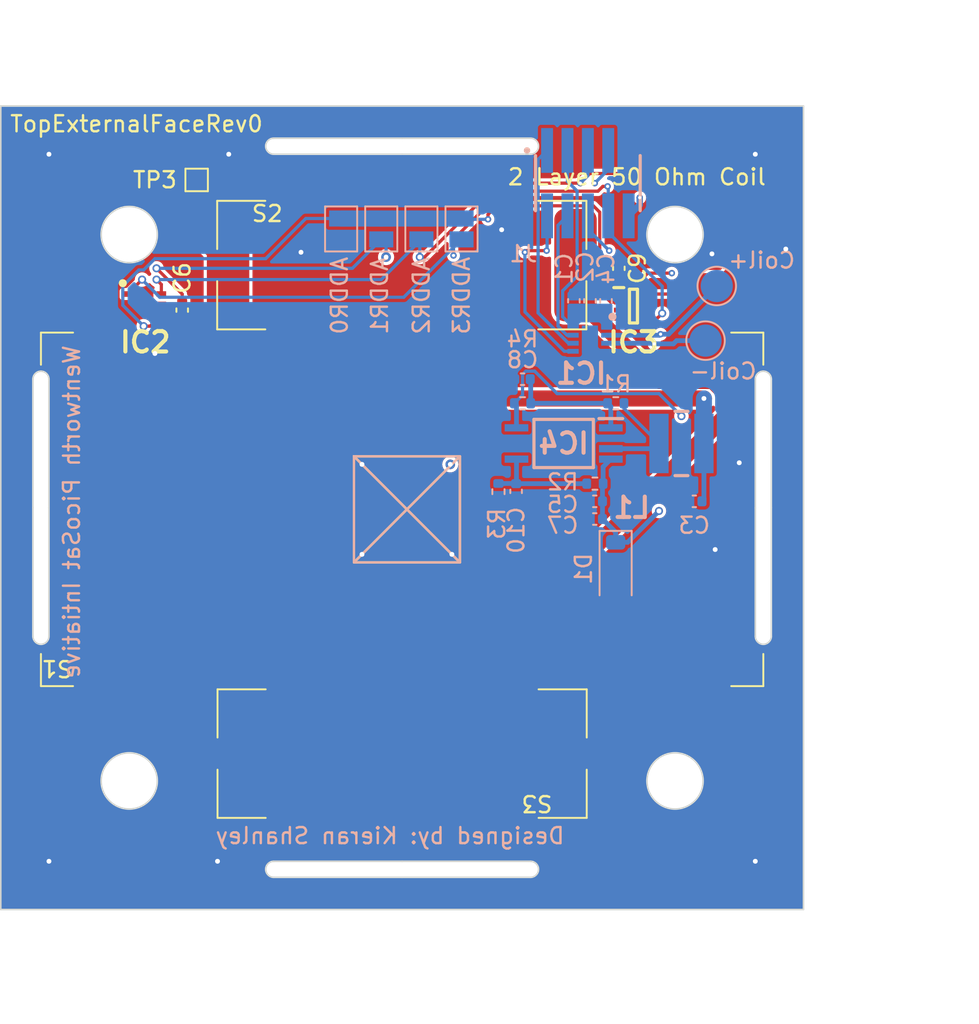
<source format=kicad_pcb>
(kicad_pcb (version 20221018) (generator pcbnew)
  (layers (0 "F.Cu" signal) (1 "In1.Cu" signal) (2 "In2.Cu" signal) (31 "B.Cu" signal) (34 "B.Paste" user) (35 "F.Paste" user) (36 "B.SilkS" user "B.Silkscreen") (37 "F.SilkS" user "F.Silkscreen") (38 "B.Mask" user) (39 "F.Mask" user) (44 "Edge.Cuts" user))
  (net 0 "")
  (net 1 "VBAT")
  (net 2 "GND")
  (net 3 "VHARVEST")
  (net 4 "VOUT")
  (net 5 "+1V8")
  (net 6 "Net-(IC4-MPP-SET)")
  (net 7 "Net-(IC4-VCTRL)")
  (net 8 "Coil+")
  (net 9 "PWM2")
  (net 10 "PWM1")
  (net 11 "EN")
  (net 12 "SCL")
  (net 13 "ADDR_SELECT")
  (net 14 "SDA")
  (net 18 "Net-(IC4-LX)")
  (net 19 "SPV_SHUTDOWN")
  (net 20 "Net-(S2--)")
  (footprint "KXOB121K04TF:SM141K06TFV" (layer "F.Cu") (at 125 125.1 180)
    (fp_text reference "S1" (at 21.5 -9.9 180 unlocked) (layer "F.SilkS"))
    (fp_text value "SM141K06TFV")
    (fp_line (start -22.5 -11) (end -22.5 -9) (stroke (width 0.12)) (layer "F.SilkS"))
    (fp_line (start -22.5 -11) (end -20.5 -11) (stroke (width 0.12)) (layer "F.SilkS"))
    (fp_line (start -22.5 11) (end -22.5 9) (stroke (width 0.12)) (layer "F.SilkS"))
    (fp_line (start -22.5 11) (end -20.5 11) (stroke (width 0.12)) (layer "F.SilkS"))
    (fp_line (start 22.5 -11) (end 20.5 -11) (stroke (width 0.12)) (layer "F.SilkS"))
    (fp_line (start 22.5 -11) (end 22.5 -9) (stroke (width 0.12)) (layer "F.SilkS"))
    (fp_line (start 22.5 11) (end 20.5 11) (stroke (width 0.12)) (layer "F.SilkS"))
    (fp_line (start 22.5 11) (end 22.5 9) (stroke (width 0.12)) (layer "F.SilkS"))
    (pad "0" smd circle (at -19.5 0 180) (size 3.5 3.5) (layers "F.Cu" "F.Mask") (net 2 "GND"))
    (pad "1" smd circle (at 19.5 0 180) (size 3.5 3.5) (layers "F.Cu" "F.Mask") (net 3 "VHARVEST"))
  )
  (footprint "TestPoint:TestPoint_Pad_1.0x1.0mm" (layer "F.Cu") (at 112.2 104.6)
    (fp_text reference "TP3" (at -2.6 0) (layer "F.SilkS"))
    (fp_text value "VSolar")
    (fp_line (start -0.7 -0.7) (end 0.7 -0.7) (stroke (width 0.12)) (layer "F.SilkS"))
    (fp_line (start -0.7 0.7) (end -0.7 -0.7) (stroke (width 0.12)) (layer "F.SilkS"))
    (fp_line (start 0.7 -0.7) (end 0.7 0.7) (stroke (width 0.12)) (layer "F.SilkS"))
    (fp_line (start 0.7 0.7) (end -0.7 0.7) (stroke (width 0.12)) (layer "F.SilkS"))
    (pad "1" smd rect (at 0 0) (size 1 1) (layers "F.Cu" "F.Mask") (net 3 "VHARVEST"))
  )
  (footprint "Capacitor_SMD:C_0402_1005Metric" (layer "F.Cu") (at 138.5 110.1 -90)
    (fp_text reference "C9" (at 0 -1.16 90) (layer "F.SilkS"))
    (fp_text value "0.1uF")
    (fp_line (start -0.107836 -0.36) (end 0.107836 -0.36) (stroke (width 0.12)) (layer "F.SilkS"))
    (fp_line (start -0.107836 0.36) (end 0.107836 0.36) (stroke (width 0.12)) (layer "F.SilkS"))
    (pad "1" smd roundrect (at -0.48 0 270) (size 0.56 0.62) (layers "F.Cu" "F.Paste" "F.Mask") (net 2 "GND"))
    (pad "2" smd roundrect (at 0.48 0 270) (size 0.56 0.62) (layers "F.Cu" "F.Paste" "F.Mask") (net 5 "+1V8"))
  )
  (footprint "Capacitor_SMD:C_0402_1005Metric" (layer "F.Cu") (at 111.3 112.7 90)
    (fp_text reference "C6" (at 2 0 90) (layer "F.SilkS"))
    (fp_text value "0.1uF")
    (fp_line (start -0.107836 -0.36) (end 0.107836 -0.36) (stroke (width 0.12)) (layer "F.SilkS"))
    (fp_line (start -0.107836 0.36) (end 0.107836 0.36) (stroke (width 0.12)) (layer "F.SilkS"))
    (pad "1" smd roundrect (at -0.48 0 90) (size 0.56 0.62) (layers "F.Cu" "F.Paste" "F.Mask") (net 2 "GND"))
    (pad "2" smd roundrect (at 0.48 0 90) (size 0.56 0.62) (layers "F.Cu" "F.Paste" "F.Mask") (net 5 "+1V8"))
  )
  (footprint "OPT4048DTSR:SOTFL50P190X60-8N" (layer "F.Cu") (at 139.41 112.45)
    (fp_text reference "IC3" (at 0 2.25) (layer "F.SilkS") (effects (font (size 1.27 1.27) (thickness 0.254))))
    (fp_text value "OPT4048DTSR" hide)
    (fp_line (start -1.22 -1.15) (end -0.6 -1.15) (stroke (width 0.2)) (layer "F.SilkS"))
    (fp_line (start -0.25 -1.05) (end 0.25 -1.05) (stroke (width 0.2)) (layer "F.SilkS"))
    (fp_line (start -0.25 1.05) (end -0.25 -1.05) (stroke (width 0.2)) (layer "F.SilkS"))
    (fp_line (start 0.25 -1.05) (end 0.25 1.05) (stroke (width 0.2)) (layer "F.SilkS"))
    (fp_line (start 0.25 1.05) (end -0.25 1.05) (stroke (width 0.2)) (layer "F.SilkS"))
    (pad "1" smd rect (at -0.91 -0.75 90) (size 0.3 0.62) (layers "F.Cu" "F.Paste" "F.Mask") (net 5 "+1V8"))
    (pad "2" smd rect (at -0.91 -0.25 90) (size 0.3 0.62) (layers "F.Cu" "F.Paste" "F.Mask") (net 13 "ADDR_SELECT"))
    (pad "3" smd rect (at -0.91 0.25 90) (size 0.3 0.62) (layers "F.Cu" "F.Paste" "F.Mask"))
    (pad "4" smd rect (at -0.91 0.75 90) (size 0.3 0.62) (layers "F.Cu" "F.Paste" "F.Mask") (net 2 "GND"))
    (pad "5" smd rect (at 0.91 0.75 90) (size 0.3 0.62) (layers "F.Cu" "F.Paste" "F.Mask") (net 12 "SCL"))
    (pad "6" smd rect (at 0.91 0.25 90) (size 0.3 0.62) (layers "F.Cu" "F.Paste" "F.Mask"))
    (pad "7" smd rect (at 0.91 -0.25 90) (size 0.3 0.62) (layers "F.Cu" "F.Paste" "F.Mask"))
    (pad "8" smd rect (at 0.91 -0.75 90) (size 0.3 0.62) (layers "F.Cu" "F.Paste" "F.Mask") (net 14 "SDA"))
  )
  (footprint "KXOB121K04TF:KXOB25-05X3TF" (layer "F.Cu") (at 125 140.3 180)
    (fp_text reference "S3" (at -8.4 -3.1 180 unlocked) (layer "F.SilkS"))
    (fp_text value "KXOB25-05X3TF")
    (fp_line (start -11.5 -4) (end -11.5 -1) (stroke (width 0.12)) (layer "F.SilkS"))
    (fp_line (start -11.5 -4) (end -8.5 -4) (stroke (width 0.12)) (layer "F.SilkS"))
    (fp_line (start -11.5 4) (end -11.5 1) (stroke (width 0.12)) (layer "F.SilkS"))
    (fp_line (start -11.5 4) (end -8.5 4) (stroke (width 0.12)) (layer "F.SilkS"))
    (fp_line (start 11.5 -4) (end 8.5 -4) (stroke (width 0.12)) (layer "F.SilkS"))
    (fp_line (start 11.5 -4) (end 11.5 -1) (stroke (width 0.12)) (layer "F.SilkS"))
    (fp_line (start 11.5 4) (end 8.5 4) (stroke (width 0.12)) (layer "F.SilkS"))
    (fp_line (start 11.5 4) (end 11.5 1) (stroke (width 0.12)) (layer "F.SilkS"))
    (pad "0" smd roundrect (at 10.8215 0 180) (size 2.643 7) (layers "F.Cu" "F.Paste" "F.Mask") (net 2 "GND"))
    (pad "1" smd roundrect (at -10.8215 0 180) (size 2.643 7) (layers "F.Cu" "F.Paste" "F.Mask") (net 20 "Net-(S2--)"))
  )
  (footprint "KXOB121K04TF:KXOB25-05X3TF" (layer "F.Cu") (at 124.9785 109.9)
    (fp_text reference "S2" (at -8.3785 -3.2 unlocked) (layer "F.SilkS"))
    (fp_text value "KXOB25-05X3TF")
    (fp_line (start -11.5 -4) (end -11.5 -1) (stroke (width 0.12)) (layer "F.SilkS"))
    (fp_line (start -11.5 -4) (end -8.5 -4) (stroke (width 0.12)) (layer "F.SilkS"))
    (fp_line (start -11.5 4) (end -11.5 1) (stroke (width 0.12)) (layer "F.SilkS"))
    (fp_line (start -11.5 4) (end -8.5 4) (stroke (width 0.12)) (layer "F.SilkS"))
    (fp_line (start 11.5 -4) (end 8.5 -4) (stroke (width 0.12)) (layer "F.SilkS"))
    (fp_line (start 11.5 -4) (end 11.5 -1) (stroke (width 0.12)) (layer "F.SilkS"))
    (fp_line (start 11.5 4) (end 8.5 4) (stroke (width 0.12)) (layer "F.SilkS"))
    (fp_line (start 11.5 4) (end 11.5 1) (stroke (width 0.12)) (layer "F.SilkS"))
    (pad "0" smd roundrect (at 10.8215 0) (size 2.643 7) (layers "F.Cu" "F.Paste" "F.Mask") (net 20 "Net-(S2--)"))
    (pad "1" smd roundrect (at -10.8215 0) (size 2.643 7) (layers "F.Cu" "F.Paste" "F.Mask") (net 3 "VHARVEST"))
  )
  (footprint "TMP117MAIDRVR:SON65P200X200X80-7N" (layer "F.Cu") (at 108.95 112.35)
    (fp_text reference "IC2" (at 0.05 2.35) (layer "F.SilkS") (effects (font (size 1.27 1.27) (thickness 0.254))))
    (fp_text value "TMP117MAIDRVR" hide)
    (fp_circle (center -1.35 -1.325) (end -1.35 -1.2) (stroke (width 0.25)) (fill none) (layer "F.SilkS"))
    (pad "1" smd rect (at -1.05 -0.65 90) (size 0.35 0.6) (layers "F.Cu" "F.Paste" "F.Mask") (net 12 "SCL"))
    (pad "2" smd rect (at -1.05 0 90) (size 0.35 0.6) (layers "F.Cu" "F.Paste" "F.Mask") (net 2 "GND"))
    (pad "3" smd rect (at -1.05 0.65 90) (size 0.35 0.6) (layers "F.Cu" "F.Paste" "F.Mask") (net 2 "GND"))
    (pad "4" smd rect (at 1.05 0.65 90) (size 0.35 0.6) (layers "F.Cu" "F.Paste" "F.Mask") (net 13 "ADDR_SELECT"))
    (pad "5" smd rect (at 1.05 0 90) (size 0.35 0.6) (layers "F.Cu" "F.Paste" "F.Mask") (net 5 "+1V8"))
    (pad "6" smd rect (at 1.05 -0.65 90) (size 0.35 0.6) (layers "F.Cu" "F.Paste" "F.Mask") (net 14 "SDA"))
    (pad "7" smd rect (at 0 0) (size 1.1 1.7) (layers "F.Cu" "F.Paste" "F.Mask") (net 2 "GND"))
  )
  (footprint "Capacitor_SMD:C_0402_1005Metric" (layer "B.Cu") (at 132.1 123.98 -90)
    (fp_text reference "C10" (at 2.42 0 -270) (layer "B.SilkS") (effects (justify mirror)))
    (fp_text value "1nF")
    (fp_line (start -0.107836 -0.36) (end 0.107836 -0.36) (stroke (width 0.12)) (layer "B.SilkS"))
    (fp_line (start -0.107836 0.36) (end 0.107836 0.36) (stroke (width 0.12)) (layer "B.SilkS"))
    (pad "1" smd roundrect (at -0.48 0 270) (size 0.56 0.62) (layers "B.Cu" "B.Paste" "B.Mask") (net 7 "Net-(IC4-VCTRL)"))
    (pad "2" smd roundrect (at 0.48 0 270) (size 0.56 0.62) (layers "B.Cu" "B.Paste" "B.Mask") (net 2 "GND"))
  )
  (footprint "Jumper:SolderJumper-2_P1.3mm_Open_Pad1.0x1.5mm" (layer "B.Cu") (at 121.2 107.65 -90)
    (fp_text reference "JP1")
    (fp_text value "ADDR0" (at 4.15 0.1 90) (layer "B.SilkS") (effects (justify mirror)))
    (fp_line (start -1.4 -1) (end -1.4 1) (stroke (width 0.12)) (layer "B.SilkS"))
    (fp_line (start -1.4 1) (end 1.4 1) (stroke (width 0.12)) (layer "B.SilkS"))
    (fp_line (start 1.4 -1) (end -1.4 -1) (stroke (width 0.12)) (layer "B.SilkS"))
    (fp_line (start 1.4 1) (end 1.4 -1) (stroke (width 0.12)) (layer "B.SilkS"))
    (pad "1" smd rect (at -0.65 0 270) (size 1 1.5) (layers "B.Cu" "B.Mask") (net 13 "ADDR_SELECT"))
    (pad "2" smd rect (at 0.65 0 270) (size 1 1.5) (layers "B.Cu" "B.Mask") (net 2 "GND"))
  )
  (footprint "TestPoint:TestPoint_Pad_D2.0mm" (layer "B.Cu") (at 143.9 114.6 180)
    (fp_text reference "TP2")
    (fp_text value "Coil-" (at -1.1 -1.9) (layer "B.SilkS") (effects (justify mirror)))
    (fp_circle (center 0 0) (end 0 -1.2) (stroke (width 0.12)) (fill none) (layer "B.SilkS"))
    (pad "1" smd circle (at 0 0 180) (size 2 2) (layers "B.Cu" "B.Mask") (net 8 "Coil+"))
  )
  (footprint "TestPoint:TestPoint_Pad_D2.0mm" (layer "B.Cu") (at 144.6 111.2 180)
    (fp_text reference "TP1")
    (fp_text value "Coil+" (at -2.8 1.6) (layer "B.SilkS") (effects (justify mirror)))
    (fp_circle (center 0 0) (end 0 -1.2) (stroke (width 0.12)) (fill none) (layer "B.SilkS"))
    (pad "1" smd circle (at 0 0 180) (size 2 2) (layers "B.Cu" "B.Mask") (net 8 "Coil+"))
  )
  (footprint "Resistor_SMD:R_0402_1005Metric" (layer "B.Cu") (at 138.31 118.5)
    (fp_text reference "R1" (at -0.01 -1.2) (layer "B.SilkS") (effects (justify mirror)))
    (fp_text value "1K")
    (fp_line (start -0.153641 -0.38) (end 0.153641 -0.38) (stroke (width 0.12)) (layer "B.SilkS"))
    (fp_line (start -0.153641 0.38) (end 0.153641 0.38) (stroke (width 0.12)) (layer "B.SilkS"))
    (pad "1" smd roundrect (at -0.51 0) (size 0.54 0.64) (layers "B.Cu" "B.Paste" "B.Mask") (net 6 "Net-(IC4-MPP-SET)"))
    (pad "2" smd roundrect (at 0.51 0) (size 0.54 0.64) (layers "B.Cu" "B.Paste" "B.Mask") (net 18 "Net-(IC4-LX)"))
  )
  (footprint "FTSH-105-01-L-DV:SAMTEC_FTSH-105-XX-X-DV" (layer "B.Cu") (at 136.57 104.8)
    (fp_text reference "J1" (at -4.02 4.4) (layer "B.SilkS") (effects (justify mirror)))
    (fp_text value "FTSH-105-XX-X-DV")
    (fp_line (start -3.26 1.715) (end -3.26 -1.715) (stroke (width 0.2)) (layer "B.SilkS"))
    (fp_line (start 3.26 -1.715) (end 3.26 1.715) (stroke (width 0.2)) (layer "B.SilkS"))
    (fp_circle (center -3.79 -2.035) (end -3.69 -2.035) (stroke (width 0.2)) (fill none) (layer "B.SilkS"))
    (pad "01" smd rect (at -2.54 -2.035) (size 0.74 2.79) (layers "B.Cu" "B.Paste" "B.Mask") (net 10 "PWM1"))
    (pad "02" smd rect (at -2.54 2.035) (size 0.74 2.79) (layers "B.Cu" "B.Paste" "B.Mask") (net 9 "PWM2"))
    (pad "03" smd rect (at -1.27 -2.035) (size 0.74 2.79) (layers "B.Cu" "B.Paste" "B.Mask") (net 1 "VBAT"))
    (pad "04" smd rect (at -1.27 2.035) (size 0.74 2.79) (layers "B.Cu" "B.Paste" "B.Mask") (net 11 "EN"))
    (pad "05" smd rect (at 0 -2.035) (size 0.74 2.79) (layers "B.Cu" "B.Paste" "B.Mask") (net 14 "SDA"))
    (pad "06" smd rect (at 0 2.035) (size 0.74 2.79) (layers "B.Cu" "B.Paste" "B.Mask") (net 19 "SPV_SHUTDOWN"))
    (pad "07" smd rect (at 1.27 -2.035) (size 0.74 2.79) (layers "B.Cu" "B.Paste" "B.Mask") (net 5 "+1V8"))
    (pad "08" smd rect (at 1.27 2.035) (size 0.74 2.79) (layers "B.Cu" "B.Paste" "B.Mask") (net 12 "SCL"))
    (pad "09" smd rect (at 2.54 -2.035) (size 0.74 2.79) (layers "B.Cu" "B.Paste" "B.Mask") (net 2 "GND"))
    (pad "10" smd rect (at 2.54 2.035) (size 0.74 2.79) (layers "B.Cu" "B.Paste" "B.Mask") (net 4 "VOUT"))
  )
  (footprint "Capacitor_SMD:C_0402_1005Metric" (layer "B.Cu") (at 137.7 112.12 -90)
    (fp_text reference "C4" (at -2 0 90) (layer "B.SilkS") (effects (justify mirror)))
    (fp_text value "0.1uF")
    (fp_line (start -0.107836 -0.36) (end 0.107836 -0.36) (stroke (width 0.12)) (layer "B.SilkS"))
    (fp_line (start -0.107836 0.36) (end 0.107836 0.36) (stroke (width 0.12)) (layer "B.SilkS"))
    (pad "1" smd roundrect (at -0.48 0 270) (size 0.56 0.62) (layers "B.Cu" "B.Paste" "B.Mask") (net 2 "GND"))
    (pad "2" smd roundrect (at 0.48 0 270) (size 0.56 0.62) (layers "B.Cu" "B.Paste" "B.Mask") (net 1 "VBAT"))
  )
  (footprint "Capacitor_SMD:C_0402_1005Metric" (layer "B.Cu") (at 137 125.7 180)
    (fp_text reference "C7" (at 2 -0.4) (layer "B.SilkS") (effects (justify mirror)))
    (fp_text value "4.7uF")
    (fp_line (start -0.107836 -0.36) (end 0.107836 -0.36) (stroke (width 0.12)) (layer "B.SilkS"))
    (fp_line (start -0.107836 0.36) (end 0.107836 0.36) (stroke (width 0.12)) (layer "B.SilkS"))
    (pad "1" smd roundrect (at -0.48 0 180) (size 0.56 0.62) (layers "B.Cu" "B.Paste" "B.Mask") (net 4 "VOUT"))
    (pad "2" smd roundrect (at 0.48 0 180) (size 0.56 0.62) (layers "B.Cu" "B.Paste" "B.Mask") (net 2 "GND"))
  )
  (footprint "Jumper:SolderJumper-2_P1.3mm_Open_Pad1.0x1.5mm" (layer "B.Cu") (at 126.2 107.65 -90)
    (fp_text reference "JP3")
    (fp_text value "ADDR2" (at 4.15 0 -90) (layer "B.SilkS") (effects (justify mirror)))
    (fp_line (start -1.4 -1) (end -1.4 1) (stroke (width 0.12)) (layer "B.SilkS"))
    (fp_line (start -1.4 1) (end 1.4 1) (stroke (width 0.12)) (layer "B.SilkS"))
    (fp_line (start 1.4 -1) (end -1.4 -1) (stroke (width 0.12)) (layer "B.SilkS"))
    (fp_line (start 1.4 1) (end 1.4 -1) (stroke (width 0.12)) (layer "B.SilkS"))
    (pad "1" smd rect (at -0.65 0 270) (size 1 1.5) (layers "B.Cu" "B.Mask") (net 13 "ADDR_SELECT"))
    (pad "2" smd rect (at 0.65 0 270) (size 1 1.5) (layers "B.Cu" "B.Mask") (net 14 "SDA"))
  )
  (footprint "NRS4012T150MDGJ:NRS4012T150MDGJ" (layer "B.Cu") (at 142.4 121)
    (fp_text reference "L1" (at -3.1 4) (layer "B.SilkS") (effects (font (size 1.27 1.27) (thickness 0.254)) (justify mirror)))
    (fp_text value "NRS4012T150MDGJ" hide)
    (fp_line (start -0.4 -2) (end 0.4 -2) (stroke (width 0.2)) (layer "B.SilkS"))
    (fp_line (start -0.4 2) (end 0.4 2) (stroke (width 0.2)) (layer "B.SilkS"))
    (pad "1" smd rect (at -1.4 0) (size 1.2 3.7) (layers "B.Cu" "B.Paste" "B.Mask") (net 18 "Net-(IC4-LX)"))
    (pad "2" smd rect (at 1.4 0) (size 1.2 3.7) (layers "B.Cu" "B.Paste" "B.Mask") (net 3 "VHARVEST"))
  )
  (footprint "Capacitor_SMD:C_0402_1005Metric" (layer "B.Cu") (at 135.7 112.12 90)
    (fp_text reference "C1" (at 2 -0.6 90) (layer "B.SilkS") (effects (justify mirror)))
    (fp_text value "10uF")
    (fp_line (start -0.107836 -0.36) (end 0.107836 -0.36) (stroke (width 0.12)) (layer "B.SilkS"))
    (fp_line (start -0.107836 0.36) (end 0.107836 0.36) (stroke (width 0.12)) (layer "B.SilkS"))
    (pad "1" smd roundrect (at -0.48 0 90) (size 0.56 0.62) (layers "B.Cu" "B.Paste" "B.Mask") (net 1 "VBAT"))
    (pad "2" smd roundrect (at 0.48 0 90) (size 0.56 0.62) (layers "B.Cu" "B.Paste" "B.Mask") (net 2 "GND"))
  )
  (footprint "Resistor_SMD:R_0402_1005Metric" (layer "B.Cu") (at 137.01 123.5 180)
    (fp_text reference "R2" (at 2.01 0.1) (layer "B.SilkS") (effects (justify mirror)))
    (fp_text value "1M")
    (fp_line (start -0.153641 -0.38) (end 0.153641 -0.38) (stroke (width 0.12)) (layer "B.SilkS"))
    (fp_line (start -0.153641 0.38) (end 0.153641 0.38) (stroke (width 0.12)) (layer "B.SilkS"))
    (pad "1" smd roundrect (at -0.51 0 180) (size 0.54 0.64) (layers "B.Cu" "B.Paste" "B.Mask") (net 4 "VOUT"))
    (pad "2" smd roundrect (at 0.51 0 180) (size 0.54 0.64) (layers "B.Cu" "B.Paste" "B.Mask") (net 7 "Net-(IC4-VCTRL)"))
  )
  (footprint "Jumper:SolderJumper-2_P1.3mm_Open_Pad1.0x1.5mm" (layer "B.Cu") (at 128.7 107.65 -90)
    (fp_text reference "JP4")
    (fp_text value "ADDR3" (at 4.15 0 90) (layer "B.SilkS") (effects (justify mirror)))
    (fp_line (start -1.4 -1) (end -1.4 1) (stroke (width 0.12)) (layer "B.SilkS"))
    (fp_line (start -1.4 1) (end 1.4 1) (stroke (width 0.12)) (layer "B.SilkS"))
    (fp_line (start 1.4 -1) (end -1.4 -1) (stroke (width 0.12)) (layer "B.SilkS"))
    (fp_line (start 1.4 1) (end 1.4 -1) (stroke (width 0.12)) (layer "B.SilkS"))
    (pad "1" smd rect (at -0.65 0 270) (size 1 1.5) (layers "B.Cu" "B.Mask") (net 13 "ADDR_SELECT"))
    (pad "2" smd rect (at 0.65 0 270) (size 1 1.5) (layers "B.Cu" "B.Mask") (net 12 "SCL"))
  )
  (footprint "Capacitor_SMD:C_0402_1005Metric" (layer "B.Cu") (at 143.2 124.6 180)
    (fp_text reference "C3" (at 0 -1.5) (layer "B.SilkS") (effects (justify mirror)))
    (fp_text value "10uF")
    (fp_line (start -0.107836 -0.36) (end 0.107836 -0.36) (stroke (width 0.12)) (layer "B.SilkS"))
    (fp_line (start -0.107836 0.36) (end 0.107836 0.36) (stroke (width 0.12)) (layer "B.SilkS"))
    (pad "1" smd roundrect (at -0.48 0 180) (size 0.56 0.62) (layers "B.Cu" "B.Paste" "B.Mask") (net 3 "VHARVEST"))
    (pad "2" smd roundrect (at 0.48 0 180) (size 0.56 0.62) (layers "B.Cu" "B.Paste" "B.Mask") (net 2 "GND"))
  )
  (footprint "Capacitor_SMD:C_0402_1005Metric" (layer "B.Cu") (at 137 124.6 180)
    (fp_text reference "C5" (at 2 -0.2) (layer "B.SilkS") (effects (justify mirror)))
    (fp_text value "10uF")
    (fp_line (start -0.107836 -0.36) (end 0.107836 -0.36) (stroke (width 0.12)) (layer "B.SilkS"))
    (fp_line (start -0.107836 0.36) (end 0.107836 0.36) (stroke (width 0.12)) (layer "B.SilkS"))
    (pad "1" smd roundrect (at -0.48 0 180) (size 0.56 0.62) (layers "B.Cu" "B.Paste" "B.Mask") (net 4 "VOUT"))
    (pad "2" smd roundrect (at 0.48 0 180) (size 0.56 0.62) (layers "B.Cu" "B.Paste" "B.Mask") (net 2 "GND"))
  )
  (footprint "Capacitor_SMD:C_0402_1005Metric" (layer "B.Cu") (at 132.5 117)
    (fp_text reference "C8" (at 0 -1.2) (layer "B.SilkS") (effects (justify mirror)))
    (fp_text value "100nF")
    (fp_line (start -0.107836 -0.36) (end 0.107836 -0.36) (stroke (width 0.12)) (layer "B.SilkS"))
    (fp_line (start -0.107836 0.36) (end 0.107836 0.36) (stroke (width 0.12)) (layer "B.SilkS"))
    (pad "1" smd roundrect (at -0.48 0) (size 0.56 0.62) (layers "B.Cu" "B.Paste" "B.Mask") (net 2 "GND"))
    (pad "2" smd roundrect (at 0.48 0) (size 0.56 0.62) (layers "B.Cu" "B.Paste" "B.Mask") (net 6 "Net-(IC4-MPP-SET)"))
  )
  (footprint "Capacitor_SMD:C_0402_1005Metric" (layer "B.Cu") (at 136.7 112.12 90)
    (fp_text reference "C2" (at 2.1 -0.3 90) (layer "B.SilkS") (effects (justify mirror)))
    (fp_text value "10uF")
    (fp_line (start -0.107836 -0.36) (end 0.107836 -0.36) (stroke (width 0.12)) (layer "B.SilkS"))
    (fp_line (start -0.107836 0.36) (end 0.107836 0.36) (stroke (width 0.12)) (layer "B.SilkS"))
    (pad "1" smd roundrect (at -0.48 0 90) (size 0.56 0.62) (layers "B.Cu" "B.Paste" "B.Mask") (net 1 "VBAT"))
    (pad "2" smd roundrect (at 0.48 0 90) (size 0.56 0.62) (layers "B.Cu" "B.Paste" "B.Mask") (net 2 "GND"))
  )
  (footprint "DRV8212PDSGR:SON50P200X200X80-9N" (layer "B.Cu") (at 136.7 114.5125 180)
    (fp_text reference "IC1" (at 0.55 -2.1375) (layer "B.SilkS") (effects (font (size 1.27 1.27) (thickness 0.254)) (justify mirror)))
    (fp_text value "DRV8212PDSGR" hide)
    (fp_circle (center -1.4 1.4) (end -1.4 1.275) (stroke (width 0.25)) (fill none) (layer "B.SilkS"))
    (pad "1" smd rect (at -1.05 0.75 90) (size 0.3 0.7) (layers "B.Cu" "B.Paste" "B.Mask") (net 1 "VBAT"))
    (pad "2" smd rect (at -1.05 0.25 90) (size 0.3 0.7) (layers "B.Cu" "B.Paste" "B.Mask") (net 8 "Coil+"))
    (pad "3" smd rect (at -1.05 -0.25 90) (size 0.3 0.7) (layers "B.Cu" "B.Paste" "B.Mask") (net 8 "Coil+"))
    (pad "4" smd rect (at -1.05 -0.75 90) (size 0.3 0.7) (layers "B.Cu" "B.Paste" "B.Mask") (net 2 "GND"))
    (pad "5" smd rect (at 1.05 -0.75 90) (size 0.3 0.7) (layers "B.Cu" "B.Paste" "B.Mask") (net 9 "PWM2"))
    (pad "6" smd rect (at 1.05 -0.25 90) (size 0.3 0.7) (layers "B.Cu" "B.Paste" "B.Mask") (net 10 "PWM1"))
    (pad "7" smd rect (at 1.05 0.25 90) (size 0.3 0.7) (layers "B.Cu" "B.Paste" "B.Mask") (net 11 "EN"))
    (pad "8" smd rect (at 1.05 0.75 90) (size 0.3 0.7) (layers "B.Cu" "B.Paste" "B.Mask") (net 1 "VBAT"))
    (pad "9" smd rect (at 0 0 180) (size 1 1.7) (layers "B.Cu" "B.Paste" "B.Mask") (net 2 "GND"))
  )
  (footprint "Resistor_SMD:R_0402_1005Metric" (layer "B.Cu") (at 132.5 118.5 180)
    (fp_text reference "R4" (at 0 4) (layer "B.SilkS") (effects (justify mirror)))
    (fp_text value "1M")
    (fp_line (start -0.153641 -0.38) (end 0.153641 -0.38) (stroke (width 0.12)) (layer "B.SilkS"))
    (fp_line (start -0.153641 0.38) (end 0.153641 0.38) (stroke (width 0.12)) (layer "B.SilkS"))
    (pad "1" smd roundrect (at -0.51 0 180) (size 0.54 0.64) (layers "B.Cu" "B.Paste" "B.Mask") (net 6 "Net-(IC4-MPP-SET)"))
    (pad "2" smd roundrect (at 0.51 0 180) (size 0.54 0.64) (layers "B.Cu" "B.Paste" "B.Mask") (net 19 "SPV_SHUTDOWN"))
  )
  (footprint "Resistor_SMD:R_0402_1005Metric" (layer "B.Cu") (at 131 124 -90)
    (fp_text reference "R3" (at 2 0.1 -270) (layer "B.SilkS") (effects (justify mirror)))
    (fp_text value "420k")
    (fp_line (start -0.153641 -0.38) (end 0.153641 -0.38) (stroke (width 0.12)) (layer "B.SilkS"))
    (fp_line (start -0.153641 0.38) (end 0.153641 0.38) (stroke (width 0.12)) (layer "B.SilkS"))
    (pad "1" smd roundrect (at -0.51 0 270) (size 0.54 0.64) (layers "B.Cu" "B.Paste" "B.Mask") (net 7 "Net-(IC4-VCTRL)"))
    (pad "2" smd roundrect (at 0.51 0 270) (size 0.54 0.64) (layers "B.Cu" "B.Paste" "B.Mask") (net 2 "GND"))
  )
  (footprint "Jumper:SolderJumper-2_P1.3mm_Open_Pad1.0x1.5mm" (layer "B.Cu") (at 123.7 107.65 -90)
    (fp_text reference "JP2")
    (fp_text value "ADDR1" (at 4.15 0.1 90) (layer "B.SilkS") (effects (justify mirror)))
    (fp_line (start -1.4 -1) (end -1.4 1) (stroke (width 0.12)) (layer "B.SilkS"))
    (fp_line (start -1.4 1) (end 1.4 1) (stroke (width 0.12)) (layer "B.SilkS"))
    (fp_line (start 1.4 -1) (end -1.4 -1) (stroke (width 0.12)) (layer "B.SilkS"))
    (fp_line (start 1.4 1) (end 1.4 -1) (stroke (width 0.12)) (layer "B.SilkS"))
    (pad "1" smd rect (at -0.65 0 270) (size 1 1.5) (layers "B.Cu" "B.Mask") (net 13 "ADDR_SELECT"))
    (pad "2" smd rect (at 0.65 0 270) (size 1 1.5) (layers "B.Cu" "B.Mask") (net 5 "+1V8"))
  )
  (footprint "SPV1040T:SOP65P640X120-8N" (layer "B.Cu") (at 135.062 121 180)
    (fp_text reference "IC4" (at 0 0) (layer "B.SilkS") (effects (font (size 1.27 1.27) (thickness 0.254)) (justify mirror)))
    (fp_text value "SPV1040T" hide)
    (fp_line (start -3.675 1.55) (end -2.2 1.55) (stroke (width 0.2)) (layer "B.SilkS"))
    (fp_line (start -1.85 -1.5) (end -1.85 1.5) (stroke (width 0.2)) (layer "B.SilkS"))
    (fp_line (start -1.85 1.5) (end 1.85 1.5) (stroke (width 0.2)) (layer "B.SilkS"))
    (fp_line (start 1.85 -1.5) (end -1.85 -1.5) (stroke (width 0.2)) (layer "B.SilkS"))
    (fp_line (start 1.85 1.5) (end 1.85 -1.5) (stroke (width 0.2)) (layer "B.SilkS"))
    (pad "1" smd rect (at -2.938 0.975 90) (size 0.45 1.475) (layers "B.Cu" "B.Paste" "B.Mask") (net 6 "Net-(IC4-MPP-SET)"))
    (pad "2" smd rect (at -2.938 0.325 90) (size 0.45 1.475) (layers "B.Cu" "B.Paste" "B.Mask") (net 2 "GND"))
    (pad "3" smd rect (at -2.938 -0.325 90) (size 0.45 1.475) (layers "B.Cu" "B.Paste" "B.Mask") (net 18 "Net-(IC4-LX)"))
    (pad "4" smd rect (at -2.938 -0.975 90) (size 0.45 1.475) (layers "B.Cu" "B.Paste" "B.Mask") (net 4 "VOUT"))
    (pad "5" smd rect (at 2.938 -0.975 90) (size 0.45 1.475) (layers "B.Cu" "B.Paste" "B.Mask") (net 7 "Net-(IC4-VCTRL)"))
    (pad "6" smd rect (at 2.938 -0.325 90) (size 0.45 1.475) (layers "B.Cu" "B.Paste" "B.Mask") (net 2 "GND"))
    (pad "7" smd rect (at 2.938 0.325 90) (size 0.45 1.475) (layers "B.Cu" "B.Paste" "B.Mask") (net 2 "GND"))
    (pad "8" smd rect (at 2.938 0.975 90) (size 0.45 1.475) (layers "B.Cu" "B.Paste" "B.Mask") (net 19 "SPV_SHUTDOWN"))
  )
  (footprint "Diode_SMD:D_SOD-123" (layer "B.Cu") (at 138.3 128.8 -90)
    (fp_text reference "D1" (at 0 2 -270) (layer "B.SilkS") (effects (justify mirror)))
    (fp_text value "4.5v")
    (fp_line (start -2.36 -1) (end 1.65 -1) (stroke (width 0.12)) (layer "B.SilkS"))
    (fp_line (start -2.36 1) (end -2.36 -1) (stroke (width 0.12)) (layer "B.SilkS"))
    (fp_line (start -2.36 1) (end 1.65 1) (stroke (width 0.12)) (layer "B.SilkS"))
    (pad "1" smd roundrect (at -1.65 0 270) (size 0.9 1.2) (layers "B.Cu" "B.Paste" "B.Mask") (net 4 "VOUT"))
    (pad "2" smd roundrect (at 1.65 0 270) (size 0.9 1.2) (layers "B.Cu" "B.Paste" "B.Mask") (net 2 "GND"))
  )
  (gr_line (start 128.6 121.8) (end 122 128.4) (stroke (width 0.15)) (layer "B.SilkS"))
  (gr_rect (start 122 121.8) (end 128.6 128.4) (stroke (width 0.15)) (fill none) (layer "B.SilkS"))
  (gr_line (start 122 121.8) (end 128.6 128.4) (stroke (width 0.15)) (layer "B.SilkS"))
  (gr_rect (start 122 121.8) (end 128.6 128.4) (stroke (width 0.15)) (fill none) (layer "F.SilkS"))
  (gr_line (start 128.6 121.8) (end 122 128.4) (stroke (width 0.15)) (layer "F.SilkS"))
  (gr_line (start 122 121.8) (end 128.6 128.4) (stroke (width 0.15)) (layer "F.SilkS"))
  (gr_line locked (start 147 117) (end 147 125) (stroke (width 0.1)) (layer "Edge.Cuts"))
  (gr_arc locked (start 102 117) (mid 102.5 116.5) (end 103 117) (stroke (width 0.1)) (layer "Edge.Cuts"))
  (gr_line locked (start 125 103) (end 133 103) (stroke (width 0.1)) (layer "Edge.Cuts"))
  (gr_arc locked (start 133 147) (mid 133.5 147.5) (end 133 148) (stroke (width 0.1)) (layer "Edge.Cuts"))
  (gr_line locked (start 125 147) (end 117 147) (stroke (width 0.1)) (layer "Edge.Cuts"))
  (gr_line locked (start 117 103) (end 125 103) (stroke (width 0.1)) (layer "Edge.Cuts"))
  (gr_circle locked (center 142 142) (end 143.75 142) (stroke (width 0.1)) (fill none) (layer "Edge.Cuts"))
  (gr_line locked (start 125 148) (end 133 148) (stroke (width 0.1)) (layer "Edge.Cuts"))
  (gr_arc locked (start 117 148) (mid 116.5 147.5) (end 117 147) (stroke (width 0.1)) (layer "Edge.Cuts"))
  (gr_line locked (start 117 148) (end 125 148) (stroke (width 0.1)) (layer "Edge.Cuts"))
  (gr_line locked (start 102 125) (end 102 133) (stroke (width 0.1)) (layer "Edge.Cuts"))
  (gr_arc locked (start 117 103) (mid 116.5 102.5) (end 117 102) (stroke (width 0.1)) (layer "Edge.Cuts"))
  (gr_line locked (start 147 125) (end 147 133) (stroke (width 0.1)) (layer "Edge.Cuts"))
  (gr_arc locked (start 147 117) (mid 147.5 116.5) (end 148 117) (stroke (width 0.1)) (layer "Edge.Cuts"))
  (gr_line locked (start 103 133) (end 103 125) (stroke (width 0.1)) (layer "Edge.Cuts"))
  (gr_line locked (start 150 150) (end 100 150) (stroke (width 0.1)) (layer "Edge.Cuts"))
  (gr_circle locked (center 108 142) (end 109.75 142) (stroke (width 0.1)) (fill none) (layer "Edge.Cuts"))
  (gr_line locked (start 148 125) (end 148 117) (stroke (width 0.1)) (layer "Edge.Cuts"))
  (gr_line locked (start 150 100) (end 150 150) (stroke (width 0.1)) (layer "Edge.Cuts"))
  (gr_line locked (start 100 150) (end 100 100) (stroke (width 0.1)) (layer "Edge.Cuts"))
  (gr_arc locked (start 148 133) (mid 147.5 133.5) (end 147 133) (stroke (width 0.1)) (layer "Edge.Cuts"))
  (gr_line locked (start 102 117) (end 102 125) (stroke (width 0.1)) (layer "Edge.Cuts"))
  (gr_arc locked (start 103 133) (mid 102.5 133.5) (end 102 133) (stroke (width 0.1)) (layer "Edge.Cuts"))
  (gr_arc locked (start 133 102) (mid 133.5 102.5) (end 133 103) (stroke (width 0.1)) (layer "Edge.Cuts"))
  (gr_circle locked (center 108 108) (end 109.75 108) (stroke (width 0.1)) (fill none) (layer "Edge.Cuts"))
  (gr_line locked (start 103 125) (end 103 117) (stroke (width 0.1)) (layer "Edge.Cuts"))
  (gr_circle locked (center 142 108) (end 143.75 108) (stroke (width 0.1)) (fill none) (layer "Edge.Cuts"))
  (gr_line locked (start 133 147) (end 125 147) (stroke (width 0.1)) (layer "Edge.Cuts"))
  (gr_line locked (start 100 100) (end 150 100) (stroke (width 0.1)) (layer "Edge.Cuts"))
  (gr_line locked (start 148 133) (end 148 125) (stroke (width 0.1)) (layer "Edge.Cuts"))
  (gr_line locked (start 125 102) (end 117 102) (stroke (width 0.1)) (layer "Edge.Cuts"))
  (gr_line locked (start 133 102) (end 125 102) (stroke (width 0.1)) (layer "Edge.Cuts"))
  (gr_text "Designed by: Kieran Shanley" (at 135.2 146) (layer "B.SilkS") (effects (font (size 1 1)) (justify left bottom mirror)))
  (gr_text "Wentworth PicoSat Intiative" (at 105 114.8 90) (layer "B.SilkS") (effects (font (size 1 1)) (justify left bottom mirror)))
  (gr_text "2 Layer 50 Ohm Coil" (at 131.5 105) (layer "F.SilkS") (effects (font (size 1 1)) (justify left bottom)))
  (gr_text "TopExternalFaceRev0" (at 100.5 101.7) (layer "F.SilkS") (effects (font (size 1 1)) (justify left bottom)))
  (segment (start 135 111.5) (end 135 113.1125) (width 0.2) (layer "B.Cu") (net 1))
  (segment (start 135 113.1125) (end 135.65 113.7625) (width 0.2) (layer "B.Cu") (net 1))
  (segment (start 135.9 110.6) (end 135 111.5) (width 0.2) (layer "B.Cu") (net 1))
  (segment (start 135.3 104.69) (end 135.9 105.29) (width 0.2) (layer "B.Cu") (net 1))
  (segment (start 135.9 105.29) (end 135.9 110.6) (width 0.2) (layer "B.Cu") (net 1))
  (segment (start 135.3 102.765) (end 135.3 104.69) (width 0.2) (layer "B.Cu") (net 1))
  (via (at 131.2 107.7) (size 0.6) (drill 0.3) (layers "F.Cu" "B.Cu") (net 2))
  (via (at 144.5 127.6) (size 0.6) (drill 0.3) (layers "F.Cu" "B.Cu") (net 2))
  (via (at 118.7 109.1) (size 0.6) (drill 0.3) (layers "F.Cu" "B.Cu") (net 2))
  (via (at 109.6 115.4) (size 0.6) (drill 0.3) (layers "F.Cu" "B.Cu") (net 2))
  (via (at 122.5 122.3) (size 0.6) (drill 0.3) (layers "F.Cu" "B.Cu") (net 2))
  (via (at 122.5 127.9) (size 0.6) (drill 0.3) (layers "F.Cu" "B.Cu") (net 2))
  (via (at 114.2 103) (size 0.6) (drill 0.3) (layers "F.Cu" "B.Cu") (net 2))
  (via (at 147 147) (size 0.6) (drill 0.3) (layers "F.Cu" "B.Cu") (net 2))
  (via (at 128.1 127.9) (size 0.6) (drill 0.3) (layers "F.Cu" "B.Cu") (net 2))
  (via (at 147 103) (size 0.6) (drill 0.3) (layers "F.Cu" "B.Cu") (net 2))
  (via (at 148.9 108.9) (size 0.6) (drill 0.3) (layers "F.Cu" "B.Cu") (net 2))
  (via (at 103 147) (size 0.6) (drill 0.3) (layers "F.Cu" "B.Cu") (net 2))
  (via (at 113.5 147) (size 0.6) (drill 0.3) (layers "F.Cu" "B.Cu") (net 2))
  (via (at 103 103) (size 0.6) (drill 0.3) (layers "F.Cu" "B.Cu") (net 2))
  (via (at 146 122.2) (size 0.6) (drill 0.3) (layers "F.Cu" "B.Cu") (net 2))
  (via (at 144.3 109.2) (size 0.6) (drill 0.3) (layers "F.Cu" "B.Cu") (net 2))
  (segment (start 114.157 116.443) (end 115.914 118.2) (width 1) (layer "F.Cu") (net 3))
  (segment (start 112.2 104.6) (end 112.2 107.943) (width 1) (layer "F.Cu") (net 3))
  (segment (start 105.5 125.1) (end 114.157 116.443) (width 1) (layer "F.Cu") (net 3))
  (segment (start 114.157 116.443) (end 114.157 109.9) (width 1) (layer "F.Cu") (net 3))
  (segment (start 115.914 118.2) (end 143.8 118.2) (width 1) (layer "F.Cu") (net 3))
  (segment (start 112.2 107.943) (end 114.157 109.9) (width 1) (layer "F.Cu") (net 3))
  (via (at 143.8 118.2) (size 0.6) (drill 0.3) (layers "F.Cu" "B.Cu") (net 3))
  (segment (start 143.8 124.48) (end 143.8 121) (width 0.3) (layer "B.Cu") (net 3))
  (segment (start 143.8 118.2) (end 143.8 121) (width 1) (layer "B.Cu") (net 3))
  (segment (start 143.68 124.6) (end 143.8 124.48) (width 0.3) (layer "B.Cu") (net 3))
  (via (at 139.8 105.7) (size 0.4) (drill 0.2) (layers "F.Cu" "B.Cu") (net 4))
  (via (at 141 125.2) (size 0.5) (drill 0.3) (layers "F.Cu" "B.Cu") (net 4))
  (segment (start 139.8 106.145) (end 139.11 106.835) (width 0.4) (layer "B.Cu") (net 4))
  (segment (start 137.52 123.5) (end 137.52 122.455) (width 0.3) (layer "B.Cu") (net 4))
  (segment (start 139.05 127.15) (end 141 125.2) (width 0.3) (layer "B.Cu") (net 4))
  (segment (start 138.3 127.15) (end 138.3 126.52) (width 0.3) (layer "B.Cu") (net 4))
  (segment (start 138.3 127.15) (end 139.05 127.15) (width 0.3) (layer "B.Cu") (net 4))
  (segment (start 137.52 122.455) (end 138 121.975) (width 0.3) (layer "B.Cu") (net 4))
  (segment (start 139.8 105.7) (end 139.8 106.145) (width 0.4) (layer "B.Cu") (net 4))
  (segment (start 137.48 125.7) (end 137.48 124.6) (width 0.3) (layer "B.Cu") (net 4))
  (segment (start 137.48 123.54) (end 137.52 123.5) (width 0.3) (layer "B.Cu") (net 4))
  (segment (start 137.48 124.6) (end 137.48 123.54) (width 0.3) (layer "B.Cu") (net 4))
  (segment (start 138.3 126.52) (end 137.48 125.7) (width 0.3) (layer "B.Cu") (net 4))
  (segment (start 139 111.7) (end 140.3 110.4) (width 0.2) (layer "F.Cu") (net 5))
  (segment (start 138.5 111.7) (end 139 111.7) (width 0.2) (layer "F.Cu") (net 5))
  (segment (start 110 112.35) (end 111.17 112.35) (width 0.2) (layer "F.Cu") (net 5))
  (segment (start 111.3 112.22) (end 111.3 111.7) (width 0.2) (layer "F.Cu") (net 5))
  (segment (start 140.9 110.4) (end 141.8 110.4) (width 0.2) (layer "F.Cu") (net 5))
  (segment (start 111.17 112.35) (end 111.3 112.22) (width 0.2) (layer "F.Cu") (net 5))
  (segment (start 140.3 110.4) (end 140.9 110.4) (width 0.2) (layer "F.Cu") (net 5))
  (segment (start 111.3 111.7) (end 109.7 110.1) (width 0.2) (layer "F.Cu") (net 5))
  (segment (start 138.5 110.58) (end 138.5 111.7) (width 0.2) (layer "F.Cu") (net 5))
  (via (at 124 109.4) (size 0.6) (drill 0.3) (layers "F.Cu" "B.Cu") (net 5))
  (via (at 141.8 110.4) (size 0.4) (drill 0.2) (layers "F.Cu" "B.Cu") (net 5))
  (via (at 137 104.8) (size 0.4) (drill 0.2) (layers "F.Cu" "B.Cu") (net 5))
  (via (at 109.7 110.1) (size 0.5) (drill 0.3) (layers "F.Cu" "B.Cu") (net 5))
  (segment (start 121.9 110.1) (end 123.7 108.3) (width 0.2) (layer "B.Cu") (net 5))
  (segment (start 109.7 110.1) (end 121.9 110.1) (width 0.2) (layer "B.Cu") (net 5))
  (segment (start 124 108.6) (end 123.7 108.3) (width 0.2) (layer "B.Cu") (net 5))
  (segment (start 124 109.4) (end 124 108.6) (width 0.2) (layer "B.Cu") (net 5))
  (segment (start 137.84 102.765) (end 137.84 103.96) (width 0.2) (layer "B.Cu") (net 5))
  (segment (start 137.84 103.96) (end 137 104.8) (width 0.2) (layer "B.Cu") (net 5))
  (segment (start 133.01 118.5) (end 133.01 117.03) (width 0.3) (layer "B.Cu") (net 6))
  (segment (start 138 118.7) (end 137.8 118.5) (width 0.3) (layer "B.Cu") (net 6))
  (segment (start 138 120.025) (end 138 118.7) (width 0.3) (layer "B.Cu") (net 6))
  (segment (start 133.01 117.03) (end 132.98 117) (width 0.3) (layer "B.Cu") (net 6))
  (segment (start 133.01 118.5) (end 137.8 118.5) (width 0.3) (layer "B.Cu") (net 6))
  (segment (start 131 123.49) (end 132.09 123.49) (width 0.3) (layer "B.Cu") (net 7))
  (segment (start 132.09 123.49) (end 132.1 123.5) (width 0.3) (layer "B.Cu") (net 7))
  (segment (start 132.124 121.975) (end 132.124 123.476) (width 0.3) (layer "B.Cu") (net 7))
  (segment (start 132.1 123.5) (end 136.5 123.5) (width 0.3) (layer "B.Cu") (net 7))
  (segment (start 132.124 123.476) (end 132.1 123.5) (width 0.3) (layer "B.Cu") (net 7))
  (via (at 140.7 114.8) (size 0.4) (drill 0.2) (layers "F.Cu" "B.Cu") (net 8))
  (via (at 128 122.3) (size 0.6) (drill 0.3) (layers "F.Cu" "B.Cu") (net 8))
  (via (at 141.1 114.2) (size 0.4) (drill 0.2) (layers "F.Cu" "B.Cu") (net 8))
  (segment (start 142.1 114.6) (end 141.9 114.8) (width 0.3) (layer "B.Cu") (net 8))
  (segment (start 141.9 114.8) (end 140.7 114.8) (width 0.3) (layer "B.Cu") (net 8))
  (segment (start 137.75 114.2625) (end 141.0375 114.2625) (width 0.3) (layer "B.Cu") (net 8))
  (segment (start 143.9 114.6) (end 142.1 114.6) (width 0.3) (layer "B.Cu") (net 8))
  (segment (start 137.75 114.7625) (end 140.6625 114.7625) (width 0.3) (layer "B.Cu") (net 8))
  (segment (start 140.6625 114.7625) (end 140.7 114.8) (width 0.3) (layer "B.Cu") (net 8))
  (segment (start 141.6 114.2) (end 141.1 114.2) (width 0.3) (layer "B.Cu") (net 8))
  (segment (start 141.0375 114.2625) (end 141.1 114.2) (width 0.3) (layer "B.Cu") (net 8))
  (segment (start 144.6 111.2) (end 141.6 114.2) (width 0.3) (layer "B.Cu") (net 8))
  (segment (start 132.75 109) (end 132.65 109.1) (width 0.2) (layer "F.Cu") (net 9))
  (segment (start 134 109) (end 132.75 109) (width 0.2) (layer "F.Cu") (net 9))
  (via (at 132.65 109.1) (size 0.4) (drill 0.2) (layers "F.Cu" "B.Cu") (net 9))
  (via (at 134 109) (size 0.4) (drill 0.2) (layers "F.Cu" "B.Cu") (net 9))
  (segment (start 132.65 109.1) (end 132.65 112.8125) (width 0.2) (layer "B.Cu") (net 9))
  (segment (start 134.03 106.835) (end 134.03 108.97) (width 0.2) (layer "B.Cu") (net 9))
  (segment (start 134.03 108.97) (end 134 109) (width 0.2) (layer "B.Cu") (net 9))
  (segment (start 135.1 115.2625) (end 135.65 115.2625) (width 0.2) (layer "B.Cu") (net 9))
  (segment (start 132.65 112.8125) (end 135.1 115.2625) (width 0.2) (layer "B.Cu") (net 9))
  (segment (start 133.47 112.872622) (end 133.47 103.325) (width 0.2) (layer "B.Cu") (net 10))
  (segment (start 133.47 103.325) (end 134.03 102.765) (width 0.2) (layer "B.Cu") (net 10))
  (segment (start 135.65 114.7625) (end 135.359878 114.7625) (width 0.2) (layer "B.Cu") (net 10))
  (segment (start 135.359878 114.7625) (end 133.47 112.872622) (width 0.2) (layer "B.Cu") (net 10))
  (segment (start 135.65 114.2625) (end 135.27 114.2625) (width 0.2) (layer "B.Cu") (net 11))
  (segment (start 134.710499 113.702999) (end 134.710499 107.424501) (width 0.2) (layer "B.Cu") (net 11))
  (segment (start 135.27 114.2625) (end 134.710499 113.702999) (width 0.2) (layer "B.Cu") (net 11))
  (segment (start 134.710499 107.424501) (end 135.3 106.835) (width 0.2) (layer "B.Cu") (net 11))
  (segment (start 137.8 105) (end 137.5 105) (width 0.2) (layer "F.Cu") (net 12))
  (segment (start 131.2 105.3) (end 128.2 108.3) (width 0.2) (layer "F.Cu") (net 12))
  (segment (start 140.32 113.2) (end 140.9 113.2) (width 0.2) (layer "F.Cu") (net 12))
  (segment (start 137.2 105.3) (end 131.2 105.3) (width 0.2) (layer "F.Cu") (net 12))
  (segment (start 128.2 108.3) (end 128.2 109.3) (width 0.2) (layer "F.Cu") (net 12))
  (segment (start 137.5 105) (end 137.2 105.3) (width 0.2) (layer "F.Cu") (net 12))
  (segment (start 140.9 113.2) (end 141.2 112.9) (width 0.2) (layer "F.Cu") (net 12))
  (segment (start 107.9 111.7) (end 108.8 110.8) (width 0.2) (layer "F.Cu") (net 12))
  (via (at 137.8 105) (size 0.4) (drill 0.2) (layers "F.Cu" "B.Cu") (net 12))
  (via (at 128.2 109.3) (size 0.4) (drill 0.2) (layers "F.Cu" "B.Cu") (net 12))
  (via (at 108.8 110.8) (size 0.5) (drill 0.3) (layers "F.Cu" "B.Cu") (net 12))
  (via (at 141.2 112.9) (size 0.5) (drill 0.3) (layers "F.Cu" "B.Cu") (net 12))
  (segment (start 137.84 106.835) (end 137.84 107.86) (width 0.2) (layer "B.Cu") (net 12))
  (segment (start 109.9 111.9) (end 125.1 111.9) (width 0.2) (layer "B.Cu") (net 12))
  (segment (start 125.1 111.9) (end 128.7 108.3) (width 0.2) (layer "B.Cu") (net 12))
  (segment (start 137.9375 106.2) (end 137.7 106.4375) (width 0.2) (layer "B.Cu") (net 12))
  (segment (start 137.84 105.04) (end 137.8 105) (width 0.2) (layer "B.Cu") (net 12))
  (segment (start 137.84 107.86) (end 141.2 111.22) (width 0.2) (layer "B.Cu") (net 12))
  (segment (start 108.8 110.8) (end 109.9 111.9) (width 0.2) (layer "B.Cu") (net 12))
  (segment (start 141.2 111.22) (end 141.2 112.9) (width 0.2) (layer "B.Cu") (net 12))
  (segment (start 128.2 109.3) (end 128.2 108.8) (width 0.2) (layer "B.Cu") (net 12))
  (segment (start 128.2 108.8) (end 128.7 108.3) (width 0.2) (layer "B.Cu") (net 12))
  (segment (start 137.84 106.835) (end 137.84 105.04) (width 0.2) (layer "B.Cu") (net 12))
  (segment (start 137.99 112.2) (end 137.3115 111.5215) (width 0.2) (layer "F.Cu") (net 13))
  (segment (start 138.5 112.2) (end 137.99 112.2) (width 0.2) (layer "F.Cu") (net 13))
  (segment (start 136.91 106.21) (end 130.89 106.21) (width 0.2) (layer "F.Cu") (net 13))
  (segment (start 130.89 106.21) (end 130.35 106.75) (width 0.2) (layer "F.Cu") (net 13))
  (segment (start 109.3 113.7) (end 108.9 113.7) (width 0.2) (layer "F.Cu") (net 13))
  (segment (start 110 113) (end 109.3 113.7) (width 0.2) (layer "F.Cu") (net 13))
  (segment (start 137.3115 111.5215) (end 137.3115 106.6115) (width 0.2) (layer "F.Cu") (net 13))
  (segment (start 130.35 106.75) (end 130.35 107.05) (width 0.2) (layer "F.Cu") (net 13))
  (segment (start 137.3115 106.6115) (end 136.91 106.21) (width 0.2) (layer "F.Cu") (net 13))
  (via (at 108.9 113.7) (size 0.5) (drill 0.3) (layers "F.Cu" "B.Cu") (net 13))
  (via (at 130.35 107.05) (size 0.4) (drill 0.2) (layers "F.Cu" "B.Cu") (net 13))
  (segment (start 108.6 110.2) (end 108.9 110.2) (width 0.2) (layer "B.Cu") (net 13))
  (segment (start 123.7 107) (end 126.2 107) (width 1) (layer "B.Cu") (net 13))
  (segment (start 107.6 111.2) (end 108.6 110.2) (width 0.2) (layer "B.Cu") (net 13))
  (segment (start 116.5 109.5) (end 119 107) (width 0.2) (layer "B.Cu") (net 13))
  (segment (start 108.9 113.7) (end 107.6 112.4) (width 0.2) (layer "B.Cu") (net 13))
  (segment (start 107.6 112.4) (end 107.6 111.2) (width 0.2) (layer "B.Cu") (net 13))
  (segment (start 128.75 107.05) (end 128.7 107) (width 0.2) (layer "B.Cu") (net 13))
  (segment (start 130.35 107.05) (end 128.75 107.05) (width 0.2) (layer "B.Cu") (net 13))
  (segment (start 119 107) (end 121.2 107) (width 0.2) (layer "B.Cu") (net 13))
  (segment (start 109.6 109.5) (end 116.5 109.5) (width 0.2) (layer "B.Cu") (net 13))
  (segment (start 108.9 110.2) (end 109.6 109.5) (width 0.2) (layer "B.Cu") (net 13))
  (segment (start 121.2 107) (end 123.7 107) (width 1) (layer "B.Cu") (net 13))
  (segment (start 126.2 107) (end 128.7 107) (width 1) (layer "B.Cu") (net 13))
  (segment (start 140.32 111.7) (end 141.900707 111.7) (width 0.2) (layer "F.Cu") (net 14))
  (segment (start 110 111.1) (end 109.7 110.8) (width 0.2) (layer "F.Cu") (net 14))
  (segment (start 110 111.7) (end 110 111.1) (width 0.2) (layer "F.Cu") (net 14))
  (segment (start 145.1 109.8) (end 145.1 107) (width 0.2) (layer "F.Cu") (net 14))
  (segment (start 144.8 110.1) (end 145.1 109.8) (width 0.2) (layer "F.Cu") (net 14))
  (segment (start 145.1 107) (end 142.3 104.2) (width 0.2) (layer "F.Cu") (net 14))
  (segment (start 136.1 104.8) (end 131 104.8) (width 0.2) (layer "F.Cu") (net 14))
  (segment (start 126.4 109.4) (end 126.1 109.4) (width 0.2) (layer "F.Cu") (net 14))
  (segment (start 141.900707 111.7) (end 143.500707 110.1) (width 0.2) (layer "F.Cu") (net 14))
  (segment (start 142.3 104.2) (end 136.7 104.2) (width 0.2) (layer "F.Cu") (net 14))
  (segment (start 143.500707 110.1) (end 144.8 110.1) (width 0.2) (layer "F.Cu") (net 14))
  (segment (start 131 104.8) (end 126.4 109.4) (width 0.2) (layer "F.Cu") (net 14))
  (segment (start 136.7 104.2) (end 136.1 104.8) (width 0.2) (layer "F.Cu") (net 14))
  (via (at 126.1 109.4) (size 0.5) (drill 0.3) (layers "F.Cu" "B.Cu") (net 14))
  (via (at 136.1 104.8) (size 0.4) (drill 0.2) (layers "F.Cu" "B.Cu") (net 14))
  (via (at 109.7 110.8) (size 0.5) (drill 0.3) (layers "F.Cu" "B.Cu") (net 14))
  (segment (start 109.7 110.8) (end 123.7 110.8) (width 0.2) (layer "B.Cu") (net 14))
  (segment (start 126.1 109.4) (end 126.1 108.4) (width 0.2) (layer "B.Cu") (net 14))
  (segment (start 123.7 110.8) (end 126.2 108.3) (width 0.2) (layer "B.Cu") (net 14))
  (segment (start 136.57 104.33) (end 136.1 104.8) (width 0.2) (layer "B.Cu") (net 14))
  (segment (start 126.1 108.4) (end 126.2 108.3) (width 0.2) (layer "B.Cu") (net 14))
  (segment (start 136.57 102.765) (end 136.57 104.33) (width 0.2) (layer "B.Cu") (net 14))
  (segment (start 138 121.325) (end 140.675 121.325) (width 0.3) (layer "B.Cu") (net 18))
  (segment (start 138.82 118.82) (end 141 121) (width 0.2) (layer "B.Cu") (net 18))
  (segment (start 138.82 118.5) (end 138.82 118.82) (width 0.2) (layer "B.Cu") (net 18))
  (segment (start 140.675 121.325) (end 141 121) (width 0.3) (layer "B.Cu") (net 18))
  (via (at 137.9 109) (size 0.4) (drill 0.2) (layers "F.Cu" "B.Cu") (net 19))
  (via (at 142.4 119.3) (size 0.5) (drill 0.3) (layers "F.Cu" "B.Cu") (net 19))
  (segment (start 132.124 118.634) (end 131.99 118.5) (width 0.3) (layer "B.Cu") (net 19))
  (segment (start 134.65669 117.9) (end 133.25669 116.5) (width 0.2) (layer "B.Cu") (net 19))
  (segment (start 142.4 119.3) (end 141 117.9) (width 0.2) (layer "B.Cu") (net 19))
  (segment (start 132.5 116.70331) (end 132.5 117.99) (width 0.2) (layer "B.Cu") (net 19))
  (segment (start 136.57 107.67) (end 137.9 109) (width 0.2) (layer "B.Cu") (net 19))
  (segment (start 136.57 106.835) (end 136.57 107.67) (width 0.2) (layer "B.Cu") (net 19))
  (segment (start 132.124 120.025) (end 132.124 118.634) (width 0.3) (layer "B.Cu") (net 19))
  (segment (start 132.5 117.99) (end 131.99 118.5) (width 0.2) (layer "B.Cu") (net 19))
  (segment (start 133.25669 116.5) (end 132.70331 116.5) (width 0.2) (layer "B.Cu") (net 19))
  (segment (start 132.70331 116.5) (end 132.5 116.70331) (width 0.2) (layer "B.Cu") (net 19))
  (segment (start 141 117.9) (end 134.65669 117.9) (width 0.2) (layer "B.Cu") (net 19))
  (segment (start 144.351286 117.110499) (end 145.189501 117.948714) (width 1) (layer "F.Cu") (net 20))
  (segment (start 135.8 109.9) (end 135.8 111.859213) (width 1) (layer "F.Cu") (net 20))
  (segment (start 145.189501 119.251286) (end 135.8215 128.619287) (width 1) (layer "F.Cu") (net 20))
  (segment (start 135.8 111.859213) (end 141.051286 117.110499) (width 1) (layer "F.Cu") (net 20))
  (segment (start 135.8215 128.619287) (end 135.8215 140.3) (width 1) (layer "F.Cu") (net 20))
  (segment (start 145.189501 117.948714) (end 145.189501 119.251286) (width 1) (layer "F.Cu") (net 20))
  (segment (start 141.051286 117.110499) (end 144.351286 117.110499) (width 1) (layer "F.Cu") (net 20))
  (zone (net 2) (net_name "GND") (layers "F.Cu" "In1.Cu" "In2.Cu" "B.Cu") (connect_pads yes (clearance 0.2)) (min_thickness 0.2) (fill yes (thermal_gap 0.2) (thermal_bridge_width 0.2))
    (polygon (pts (xy 100 100) (xy 150 100) (xy 150 150) (xy 100 150)))
  )
  (zone (net 1) (net_name "VBAT") (layer "B.Cu") (priority 1) (connect_pads yes (clearance 0.2)) (min_thickness 0.2) (fill yes (thermal_gap 0.2) (thermal_bridge_width 0.2))
    (polygon (pts (xy 136.1 114) (xy 136.1 113.5) (xy 137.3 113.5) (xy 137.3 114) (xy 138.1 114) (xy 138.1 112.3) (xy 135.3 112.3) (xy 135.3 114)))
  )
)
</source>
